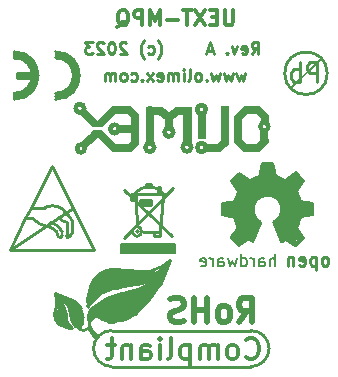
<source format=gbr>
G04 #@! TF.GenerationSoftware,KiCad,Pcbnew,5.1.0-rc2-unknown-036be7d~80~ubuntu16.04.1*
G04 #@! TF.CreationDate,2023-05-22T11:16:55+03:00*
G04 #@! TF.ProjectId,UEXT-MPQ_Rev_A,55455854-2d4d-4505-915f-5265765f412e,A*
G04 #@! TF.SameCoordinates,Original*
G04 #@! TF.FileFunction,Legend,Bot*
G04 #@! TF.FilePolarity,Positive*
%FSLAX46Y46*%
G04 Gerber Fmt 4.6, Leading zero omitted, Abs format (unit mm)*
G04 Created by KiCad (PCBNEW 5.1.0-rc2-unknown-036be7d~80~ubuntu16.04.1) date 2023-05-22 11:16:55*
%MOMM*%
%LPD*%
G04 APERTURE LIST*
%ADD10C,0.317500*%
%ADD11C,0.254000*%
%ADD12C,0.508000*%
%ADD13C,0.300000*%
%ADD14C,1.000000*%
%ADD15C,0.150000*%
%ADD16C,0.370000*%
%ADD17C,0.380000*%
%ADD18C,0.400000*%
%ADD19C,0.420000*%
%ADD20C,0.100000*%
%ADD21C,0.700000*%
%ADD22C,0.500000*%
%ADD23C,0.127000*%
%ADD24C,0.200000*%
%ADD25C,0.350000*%
%ADD26C,0.180000*%
G04 APERTURE END LIST*
D10*
X92468095Y-129733523D02*
X92468095Y-130761619D01*
X92407619Y-130882571D01*
X92347142Y-130943047D01*
X92226190Y-131003523D01*
X91984285Y-131003523D01*
X91863333Y-130943047D01*
X91802857Y-130882571D01*
X91742380Y-130761619D01*
X91742380Y-129733523D01*
X91137619Y-130338285D02*
X90714285Y-130338285D01*
X90532857Y-131003523D02*
X91137619Y-131003523D01*
X91137619Y-129733523D01*
X90532857Y-129733523D01*
X90109523Y-129733523D02*
X89262857Y-131003523D01*
X89262857Y-129733523D02*
X90109523Y-131003523D01*
X88960476Y-129733523D02*
X88234761Y-129733523D01*
X88597619Y-131003523D02*
X88597619Y-129733523D01*
X87811428Y-130519714D02*
X86843809Y-130519714D01*
X86239047Y-131003523D02*
X86239047Y-129733523D01*
X85815714Y-130640666D01*
X85392380Y-129733523D01*
X85392380Y-131003523D01*
X84787619Y-131003523D02*
X84787619Y-129733523D01*
X84303809Y-129733523D01*
X84182857Y-129794000D01*
X84122380Y-129854476D01*
X84061904Y-129975428D01*
X84061904Y-130156857D01*
X84122380Y-130277809D01*
X84182857Y-130338285D01*
X84303809Y-130398761D01*
X84787619Y-130398761D01*
X82670952Y-131124476D02*
X82791904Y-131064000D01*
X82912857Y-130943047D01*
X83094285Y-130761619D01*
X83215238Y-130701142D01*
X83336190Y-130701142D01*
X83275714Y-131003523D02*
X83396666Y-130943047D01*
X83517619Y-130822095D01*
X83578095Y-130580190D01*
X83578095Y-130156857D01*
X83517619Y-129914952D01*
X83396666Y-129794000D01*
X83275714Y-129733523D01*
X83033809Y-129733523D01*
X82912857Y-129794000D01*
X82791904Y-129914952D01*
X82731428Y-130156857D01*
X82731428Y-130580190D01*
X82791904Y-130822095D01*
X82912857Y-130943047D01*
X83033809Y-131003523D01*
X83275714Y-131003523D01*
D11*
X93502238Y-135037285D02*
X93308714Y-135714619D01*
X93115190Y-135230809D01*
X92921666Y-135714619D01*
X92728142Y-135037285D01*
X92437857Y-135037285D02*
X92244333Y-135714619D01*
X92050809Y-135230809D01*
X91857285Y-135714619D01*
X91663761Y-135037285D01*
X91373476Y-135037285D02*
X91179952Y-135714619D01*
X90986428Y-135230809D01*
X90792904Y-135714619D01*
X90599380Y-135037285D01*
X90212333Y-135617857D02*
X90163952Y-135666238D01*
X90212333Y-135714619D01*
X90260714Y-135666238D01*
X90212333Y-135617857D01*
X90212333Y-135714619D01*
X89583380Y-135714619D02*
X89680142Y-135666238D01*
X89728523Y-135617857D01*
X89776904Y-135521095D01*
X89776904Y-135230809D01*
X89728523Y-135134047D01*
X89680142Y-135085666D01*
X89583380Y-135037285D01*
X89438238Y-135037285D01*
X89341476Y-135085666D01*
X89293095Y-135134047D01*
X89244714Y-135230809D01*
X89244714Y-135521095D01*
X89293095Y-135617857D01*
X89341476Y-135666238D01*
X89438238Y-135714619D01*
X89583380Y-135714619D01*
X88664142Y-135714619D02*
X88760904Y-135666238D01*
X88809285Y-135569476D01*
X88809285Y-134698619D01*
X88277095Y-135714619D02*
X88277095Y-135037285D01*
X88277095Y-134698619D02*
X88325476Y-134747000D01*
X88277095Y-134795380D01*
X88228714Y-134747000D01*
X88277095Y-134698619D01*
X88277095Y-134795380D01*
X87793285Y-135714619D02*
X87793285Y-135037285D01*
X87793285Y-135134047D02*
X87744904Y-135085666D01*
X87648142Y-135037285D01*
X87503000Y-135037285D01*
X87406238Y-135085666D01*
X87357857Y-135182428D01*
X87357857Y-135714619D01*
X87357857Y-135182428D02*
X87309476Y-135085666D01*
X87212714Y-135037285D01*
X87067571Y-135037285D01*
X86970809Y-135085666D01*
X86922428Y-135182428D01*
X86922428Y-135714619D01*
X86051571Y-135666238D02*
X86148333Y-135714619D01*
X86341857Y-135714619D01*
X86438619Y-135666238D01*
X86487000Y-135569476D01*
X86487000Y-135182428D01*
X86438619Y-135085666D01*
X86341857Y-135037285D01*
X86148333Y-135037285D01*
X86051571Y-135085666D01*
X86003190Y-135182428D01*
X86003190Y-135279190D01*
X86487000Y-135375952D01*
X85664523Y-135714619D02*
X85132333Y-135037285D01*
X85664523Y-135037285D02*
X85132333Y-135714619D01*
X84745285Y-135617857D02*
X84696904Y-135666238D01*
X84745285Y-135714619D01*
X84793666Y-135666238D01*
X84745285Y-135617857D01*
X84745285Y-135714619D01*
X83826047Y-135666238D02*
X83922809Y-135714619D01*
X84116333Y-135714619D01*
X84213095Y-135666238D01*
X84261476Y-135617857D01*
X84309857Y-135521095D01*
X84309857Y-135230809D01*
X84261476Y-135134047D01*
X84213095Y-135085666D01*
X84116333Y-135037285D01*
X83922809Y-135037285D01*
X83826047Y-135085666D01*
X83245476Y-135714619D02*
X83342238Y-135666238D01*
X83390619Y-135617857D01*
X83439000Y-135521095D01*
X83439000Y-135230809D01*
X83390619Y-135134047D01*
X83342238Y-135085666D01*
X83245476Y-135037285D01*
X83100333Y-135037285D01*
X83003571Y-135085666D01*
X82955190Y-135134047D01*
X82906809Y-135230809D01*
X82906809Y-135521095D01*
X82955190Y-135617857D01*
X83003571Y-135666238D01*
X83100333Y-135714619D01*
X83245476Y-135714619D01*
X82471380Y-135714619D02*
X82471380Y-135037285D01*
X82471380Y-135134047D02*
X82423000Y-135085666D01*
X82326238Y-135037285D01*
X82181095Y-135037285D01*
X82084333Y-135085666D01*
X82035952Y-135182428D01*
X82035952Y-135714619D01*
X82035952Y-135182428D02*
X81987571Y-135085666D01*
X81890809Y-135037285D01*
X81745666Y-135037285D01*
X81648904Y-135085666D01*
X81600523Y-135182428D01*
X81600523Y-135714619D01*
X86087857Y-133815666D02*
X86136238Y-133767285D01*
X86233000Y-133622142D01*
X86281380Y-133525380D01*
X86329761Y-133380238D01*
X86378142Y-133138333D01*
X86378142Y-132944809D01*
X86329761Y-132702904D01*
X86281380Y-132557761D01*
X86233000Y-132461000D01*
X86136238Y-132315857D01*
X86087857Y-132267476D01*
X85265380Y-133380238D02*
X85362142Y-133428619D01*
X85555666Y-133428619D01*
X85652428Y-133380238D01*
X85700809Y-133331857D01*
X85749190Y-133235095D01*
X85749190Y-132944809D01*
X85700809Y-132848047D01*
X85652428Y-132799666D01*
X85555666Y-132751285D01*
X85362142Y-132751285D01*
X85265380Y-132799666D01*
X84926714Y-133815666D02*
X84878333Y-133767285D01*
X84781571Y-133622142D01*
X84733190Y-133525380D01*
X84684809Y-133380238D01*
X84636428Y-133138333D01*
X84636428Y-132944809D01*
X84684809Y-132702904D01*
X84733190Y-132557761D01*
X84781571Y-132461000D01*
X84878333Y-132315857D01*
X84926714Y-132267476D01*
X83426904Y-132509380D02*
X83378523Y-132461000D01*
X83281761Y-132412619D01*
X83039857Y-132412619D01*
X82943095Y-132461000D01*
X82894714Y-132509380D01*
X82846333Y-132606142D01*
X82846333Y-132702904D01*
X82894714Y-132848047D01*
X83475285Y-133428619D01*
X82846333Y-133428619D01*
X82217380Y-132412619D02*
X82120619Y-132412619D01*
X82023857Y-132461000D01*
X81975476Y-132509380D01*
X81927095Y-132606142D01*
X81878714Y-132799666D01*
X81878714Y-133041571D01*
X81927095Y-133235095D01*
X81975476Y-133331857D01*
X82023857Y-133380238D01*
X82120619Y-133428619D01*
X82217380Y-133428619D01*
X82314142Y-133380238D01*
X82362523Y-133331857D01*
X82410904Y-133235095D01*
X82459285Y-133041571D01*
X82459285Y-132799666D01*
X82410904Y-132606142D01*
X82362523Y-132509380D01*
X82314142Y-132461000D01*
X82217380Y-132412619D01*
X81491666Y-132509380D02*
X81443285Y-132461000D01*
X81346523Y-132412619D01*
X81104619Y-132412619D01*
X81007857Y-132461000D01*
X80959476Y-132509380D01*
X80911095Y-132606142D01*
X80911095Y-132702904D01*
X80959476Y-132848047D01*
X81540047Y-133428619D01*
X80911095Y-133428619D01*
X80572428Y-132412619D02*
X79943476Y-132412619D01*
X80282142Y-132799666D01*
X80137000Y-132799666D01*
X80040238Y-132848047D01*
X79991857Y-132896428D01*
X79943476Y-132993190D01*
X79943476Y-133235095D01*
X79991857Y-133331857D01*
X80040238Y-133380238D01*
X80137000Y-133428619D01*
X80427285Y-133428619D01*
X80524047Y-133380238D01*
X80572428Y-133331857D01*
X94028380Y-133428619D02*
X94367047Y-132944809D01*
X94608952Y-133428619D02*
X94608952Y-132412619D01*
X94221904Y-132412619D01*
X94125142Y-132461000D01*
X94076761Y-132509380D01*
X94028380Y-132606142D01*
X94028380Y-132751285D01*
X94076761Y-132848047D01*
X94125142Y-132896428D01*
X94221904Y-132944809D01*
X94608952Y-132944809D01*
X93205904Y-133380238D02*
X93302666Y-133428619D01*
X93496190Y-133428619D01*
X93592952Y-133380238D01*
X93641333Y-133283476D01*
X93641333Y-132896428D01*
X93592952Y-132799666D01*
X93496190Y-132751285D01*
X93302666Y-132751285D01*
X93205904Y-132799666D01*
X93157523Y-132896428D01*
X93157523Y-132993190D01*
X93641333Y-133089952D01*
X92818857Y-132751285D02*
X92576952Y-133428619D01*
X92335047Y-132751285D01*
X91948000Y-133331857D02*
X91899619Y-133380238D01*
X91948000Y-133428619D01*
X91996380Y-133380238D01*
X91948000Y-133331857D01*
X91948000Y-133428619D01*
X90738476Y-133138333D02*
X90254666Y-133138333D01*
X90835238Y-133428619D02*
X90496571Y-132412619D01*
X90157904Y-133428619D01*
X79628556Y-155853371D02*
G75*
G02X79375000Y-156464000I-865696J1511D01*
G01*
X78182020Y-154358180D02*
G75*
G02X78689200Y-155389580I-991420J-1127920D01*
G01*
X79099340Y-156494046D02*
G75*
G02X78689200Y-155397200I1118940J1043506D01*
G01*
X79376788Y-156592791D02*
G75*
G02X79072740Y-156466540I752J431051D01*
G01*
X78810340Y-156586613D02*
G75*
G02X78308200Y-155790900I709440J1003993D01*
G01*
X77928795Y-154452066D02*
G75*
G02X78282800Y-155442920I-1408755J-1061974D01*
G01*
X78461927Y-156592303D02*
G75*
G02X78262480Y-156568140I-1327J824263D01*
G01*
X78260497Y-156567453D02*
G75*
G02X77680820Y-156293820I205183J1185493D01*
G01*
X77656946Y-156271974D02*
G75*
G02X77343000Y-155514040I757934J757934D01*
G01*
X77343283Y-155514487D02*
G75*
G02X77414120Y-155145740I992857J447D01*
G01*
X77478148Y-154211136D02*
G75*
G02X77414120Y-155145740I-1478808J-368184D01*
G01*
X78780000Y-154232511D02*
G75*
G02X79502000Y-154876500I-601340J-1400909D01*
G01*
X79555794Y-154972321D02*
G75*
G02X79756000Y-155727400I-1323794J-755079D01*
G01*
X79757874Y-155727901D02*
G75*
G02X79672180Y-156171900I-1195674J501D01*
G01*
X79801720Y-156846612D02*
G75*
G02X79509620Y-156725620I0J413092D01*
G01*
X80159134Y-156696954D02*
G75*
G02X79801720Y-156845000I-357414J357414D01*
G01*
X80532258Y-156862710D02*
G75*
G02X80264000Y-156210000I653762J650170D01*
G01*
X80769978Y-157480280D02*
G75*
G02X80264000Y-156255720I1228842J1224560D01*
G01*
X84334379Y-152941186D02*
G75*
G02X82991960Y-153156920I-1812319J6992786D01*
G01*
X81210130Y-153730934D02*
G75*
G02X82473800Y-153230580I2134890J-3545866D01*
G01*
X80143641Y-154808765D02*
G75*
G02X81198720Y-153738580I3831299J-2722035D01*
G01*
X80263155Y-156083069D02*
G75*
G02X80383380Y-155145740I762845J378529D01*
G01*
X80554473Y-154957156D02*
G75*
G02X83108800Y-153687780I3654147J-4148444D01*
G01*
X85445541Y-152876778D02*
G75*
G02X83418680Y-153626820I-2631381J3997218D01*
G01*
X80711549Y-157168559D02*
G75*
G02X80264000Y-156083000I1086611J1083019D01*
G01*
X80137760Y-154431243D02*
G75*
G02X80197960Y-153753820I3049780J70363D01*
G01*
X80344736Y-153150585D02*
G75*
G02X82395060Y-151638000I2144304J-760715D01*
G01*
X86258952Y-151493522D02*
G75*
G02X84543900Y-151833580I-1268012J1900222D01*
G01*
X84232933Y-155417013D02*
G75*
G02X82367120Y-156083000I-1738813J1924813D01*
G01*
X86253464Y-152997447D02*
G75*
G02X84272120Y-155379420I-8344044J4925607D01*
G01*
X80540860Y-155806140D02*
G75*
G02X81259680Y-155808680I358140J-360680D01*
G01*
X81851500Y-156085066D02*
G75*
G02X81313020Y-155862020I0J761526D01*
G01*
X82169000Y-159893000D02*
G75*
G02X80645000Y-158369000I0J1524000D01*
G01*
X95504000Y-158369000D02*
G75*
G02X93980000Y-159893000I-1524000J0D01*
G01*
X93980000Y-156845000D02*
G75*
G02X95504000Y-158369000I0J-1524000D01*
G01*
X80645000Y-158369000D02*
G75*
G02X82169000Y-156845000I1524000J0D01*
G01*
X82169000Y-156845000D02*
X93980000Y-156845000D01*
X93980000Y-159893000D02*
X82169000Y-159893000D01*
X81313020Y-155862020D02*
X81259680Y-155808680D01*
X80540860Y-155808680D02*
X80264000Y-156083000D01*
X87122000Y-150876000D02*
X86255860Y-152991820D01*
X84272120Y-155379420D02*
X84236560Y-155414980D01*
X82367120Y-156083000D02*
X81851500Y-156083000D01*
X87122000Y-150876000D02*
X86260940Y-151495760D01*
X84543900Y-151833580D02*
X82395060Y-151638000D01*
X80345280Y-153154380D02*
X80197960Y-153753820D01*
X80139540Y-154432000D02*
X80139540Y-154813000D01*
X80241140Y-156037280D02*
X80264000Y-156083000D01*
X80899000Y-157353000D02*
X80713580Y-157167580D01*
X85727540Y-152527000D02*
X85445600Y-152874980D01*
X83418680Y-153626820D02*
X83108800Y-153687780D01*
X80553560Y-154957780D02*
X80383380Y-155145740D01*
X80139540Y-154813000D02*
X80142080Y-154810460D01*
X81198720Y-153738580D02*
X81206340Y-153733500D01*
X82473800Y-153230580D02*
X82991960Y-153156920D01*
X84340700Y-152941020D02*
X85727540Y-152527000D01*
X80899000Y-157480000D02*
X80391000Y-156718000D01*
X80264000Y-156255720D02*
X80264000Y-156210000D01*
X81026000Y-157353000D02*
X80535780Y-156862780D01*
X80264000Y-156591000D02*
X80159860Y-156697680D01*
X79509620Y-156725620D02*
X79375000Y-156591000D01*
X79375000Y-156591000D02*
X79672180Y-156171900D01*
X79555340Y-154970480D02*
X79502000Y-154876500D01*
X78780640Y-154231340D02*
X78359000Y-154051000D01*
X78359000Y-154051000D02*
X77343000Y-153670000D01*
X77343000Y-153670000D02*
X77477620Y-154208480D01*
X77657960Y-156270960D02*
X77680820Y-156293820D01*
X78460600Y-156591000D02*
X78816200Y-156591000D01*
X79362300Y-156591000D02*
X79375000Y-156591000D01*
X78282800Y-155399740D02*
X78308200Y-155790900D01*
X86741000Y-151384000D02*
X85727540Y-152021540D01*
D12*
X85727540Y-152021540D02*
X84582000Y-152021540D01*
X84582000Y-152021540D02*
X83566000Y-151892000D01*
X83566000Y-151892000D02*
X81915000Y-151892000D01*
X81915000Y-151892000D02*
X81280000Y-152273000D01*
X81280000Y-152273000D02*
X80772000Y-152781000D01*
X80772000Y-152781000D02*
X80518000Y-153289000D01*
X80518000Y-153289000D02*
X80391000Y-154305000D01*
X80391000Y-154305000D02*
X80899000Y-153670000D01*
X80899000Y-153670000D02*
X81534000Y-153289000D01*
X81534000Y-153289000D02*
X81280000Y-152781000D01*
X81280000Y-152781000D02*
X80899000Y-153289000D01*
X81661000Y-153289000D02*
X82296000Y-152908000D01*
X82296000Y-152908000D02*
X82804000Y-152908000D01*
X82804000Y-152908000D02*
X82931000Y-152908000D01*
X82931000Y-152908000D02*
X84074000Y-152781000D01*
X84074000Y-152781000D02*
X85344000Y-152400000D01*
X85344000Y-152400000D02*
X85852000Y-152273000D01*
X85852000Y-152273000D02*
X81280000Y-152273000D01*
X81280000Y-152273000D02*
X81280000Y-152527000D01*
X81280000Y-152781000D02*
X81280000Y-152527000D01*
X81280000Y-152527000D02*
X86233000Y-152450800D01*
X81153000Y-152908000D02*
X82804000Y-152908000D01*
X86741000Y-151384000D02*
X86233000Y-152273000D01*
X86233000Y-152273000D02*
X86106000Y-152781000D01*
X86106000Y-152781000D02*
X85727540Y-153289000D01*
X85727540Y-153289000D02*
X85727540Y-152908000D01*
X85727540Y-152908000D02*
X86106000Y-152021540D01*
X85598000Y-153416000D02*
X85217000Y-153924000D01*
X85217000Y-153924000D02*
X84963000Y-154305000D01*
X84963000Y-154305000D02*
X84074000Y-155194000D01*
X84074000Y-155194000D02*
X83566000Y-155575000D01*
X83566000Y-155575000D02*
X82677000Y-155829000D01*
X82677000Y-155829000D02*
X81788000Y-155829000D01*
X81788000Y-155829000D02*
X81026000Y-155321000D01*
X81026000Y-155321000D02*
X80645000Y-155448000D01*
X80645000Y-155448000D02*
X80391000Y-155702000D01*
X80391000Y-155702000D02*
X80645000Y-155194000D01*
X80645000Y-155194000D02*
X81153000Y-154686000D01*
X81153000Y-154686000D02*
X81838800Y-154279600D01*
X81838800Y-154279600D02*
X83235800Y-153797000D01*
X83235800Y-153797000D02*
X83845400Y-153797000D01*
X83845400Y-153797000D02*
X84582000Y-153543000D01*
X84582000Y-153543000D02*
X85344000Y-153162000D01*
X85217000Y-153543000D02*
X84455000Y-154178000D01*
X84455000Y-154178000D02*
X84328000Y-154051000D01*
X84328000Y-154051000D02*
X84201000Y-154051000D01*
X84201000Y-154051000D02*
X83058000Y-154178000D01*
X83058000Y-154178000D02*
X82042000Y-154432000D01*
X82042000Y-154432000D02*
X81407000Y-154940000D01*
X81407000Y-154940000D02*
X81280000Y-155067000D01*
X81280000Y-155067000D02*
X81407000Y-155321000D01*
X81407000Y-155321000D02*
X81661000Y-155321000D01*
X81661000Y-155321000D02*
X82042000Y-155448000D01*
X82042000Y-155448000D02*
X82677000Y-155448000D01*
X82677000Y-155448000D02*
X83058000Y-155321000D01*
X83058000Y-155321000D02*
X83566000Y-155194000D01*
X83566000Y-155194000D02*
X84201000Y-154686000D01*
X84201000Y-154686000D02*
X84328000Y-154559000D01*
X84328000Y-154559000D02*
X84201000Y-154432000D01*
X84201000Y-154432000D02*
X83693000Y-154432000D01*
X83693000Y-154432000D02*
X82677000Y-154686000D01*
X82677000Y-154686000D02*
X82423000Y-154686000D01*
X82423000Y-154686000D02*
X81915000Y-154940000D01*
X81915000Y-154940000D02*
X81915000Y-155067000D01*
X81915000Y-155067000D02*
X82042000Y-155194000D01*
X82042000Y-155194000D02*
X82423000Y-155067000D01*
X82423000Y-155067000D02*
X83693000Y-154813000D01*
D11*
X79072740Y-156466540D02*
X79100680Y-156494480D01*
X78689200Y-155397200D02*
X78689200Y-155389580D01*
X79629000Y-155851860D02*
X79629000Y-155829000D01*
X79629000Y-155829000D02*
X79629000Y-155575000D01*
X79629000Y-155575000D02*
X79502000Y-155575000D01*
X79502000Y-155575000D02*
X79375000Y-155575000D01*
X79375000Y-155575000D02*
X79375000Y-156210000D01*
X79502000Y-155575000D02*
X79502000Y-155702000D01*
X79502000Y-155702000D02*
X79502000Y-156083000D01*
X79502000Y-156083000D02*
X79502000Y-156210000D01*
X79502000Y-156210000D02*
X79502000Y-156337000D01*
X79375000Y-155575000D02*
X78994000Y-155575000D01*
X78994000Y-155575000D02*
X78740000Y-155575000D01*
X78740000Y-155575000D02*
X79248000Y-156464000D01*
X78994000Y-155575000D02*
X78994000Y-156083000D01*
X79502000Y-155702000D02*
X78867000Y-155702000D01*
X79629000Y-155829000D02*
X78867000Y-155829000D01*
X79629000Y-155956000D02*
X78867000Y-155956000D01*
X79502000Y-156083000D02*
X78867000Y-156083000D01*
X79502000Y-156210000D02*
X78994000Y-156210000D01*
X78740000Y-155448000D02*
X79629000Y-155448000D01*
X78740000Y-155321000D02*
X79629000Y-155321000D01*
X78740000Y-155194000D02*
X79502000Y-155194000D01*
X78740000Y-155067000D02*
X79502000Y-155067000D01*
X78613000Y-154940000D02*
X79502000Y-154940000D01*
X78613000Y-154813000D02*
X79375000Y-154813000D01*
X78486000Y-154686000D02*
X79248000Y-154686000D01*
X78486000Y-154559000D02*
X79121000Y-154559000D01*
X78359000Y-154432000D02*
X78867000Y-154432000D01*
X77597000Y-154305000D02*
X77724000Y-154305000D01*
X77724000Y-154305000D02*
X77851000Y-154305000D01*
X77851000Y-154305000D02*
X78740000Y-154305000D01*
X78359000Y-154178000D02*
X77597000Y-154178000D01*
X78105000Y-154051000D02*
X77470000Y-154051000D01*
X77978000Y-153924000D02*
X77470000Y-153924000D01*
X77851000Y-154305000D02*
X77851000Y-154813000D01*
X77724000Y-154305000D02*
X77724000Y-154813000D01*
X78105000Y-154813000D02*
X77597000Y-154813000D01*
X78105000Y-154940000D02*
X77597000Y-154940000D01*
X78232000Y-155067000D02*
X77597000Y-155067000D01*
X78232000Y-155194000D02*
X77470000Y-155194000D01*
X78232000Y-155321000D02*
X77470000Y-155321000D01*
X78232000Y-155448000D02*
X77470000Y-155448000D01*
X78232000Y-155575000D02*
X77470000Y-155575000D01*
X78232000Y-155702000D02*
X77470000Y-155702000D01*
X78232000Y-155829000D02*
X77470000Y-155829000D01*
X78308200Y-155956000D02*
X77470000Y-155956000D01*
X78359000Y-156083000D02*
X77597000Y-156083000D01*
X78359000Y-156210000D02*
X77724000Y-156210000D01*
X78486000Y-156337000D02*
X77851000Y-156337000D01*
X78613000Y-156464000D02*
X78105000Y-156464000D01*
X73942000Y-137255000D02*
G75*
G03X73942000Y-133255000I0J2000000D01*
G01*
D13*
X73991980Y-137005000D02*
G75*
G03X73992000Y-133505000I-49980J1750000D01*
G01*
D11*
X73942000Y-136755000D02*
G75*
G03X73942000Y-133755000I0J1500000D01*
G01*
D13*
X77491980Y-137005000D02*
G75*
G03X77492000Y-133505000I-49980J1750000D01*
G01*
D11*
X77442000Y-137255000D02*
G75*
G03X77442000Y-133255000I0J2000000D01*
G01*
X77442000Y-136755000D02*
G75*
G03X77442000Y-133755000I0J1500000D01*
G01*
X77442000Y-133255000D02*
X77442000Y-133755000D01*
X77442000Y-136755000D02*
X77442000Y-137255000D01*
X73942000Y-136755000D02*
X73942000Y-137255000D01*
X73942000Y-133255000D02*
X73942000Y-133755000D01*
X75442000Y-135005000D02*
X74192000Y-135005000D01*
X74192000Y-135005000D02*
X74192000Y-135505000D01*
X74192000Y-135505000D02*
X75442000Y-135505000D01*
X74192000Y-135255000D02*
X75442000Y-135255000D01*
D14*
X94213680Y-147751800D02*
X93880940Y-148483320D01*
X94213680Y-147843240D02*
X93032580Y-148856700D01*
X94099380Y-147706080D02*
X93482160Y-148033740D01*
X93779340Y-147286980D02*
X93169740Y-147393660D01*
X92943680Y-146128740D02*
X93665040Y-146276060D01*
X93184980Y-145435320D02*
X93840300Y-145801080D01*
X94053660Y-144566640D02*
X94472760Y-145153380D01*
X94640400Y-144315180D02*
X94861380Y-145000980D01*
X95905320Y-144299940D02*
X95737680Y-144909540D01*
X96339660Y-144559020D02*
X96164400Y-144917160D01*
X97337880Y-145336260D02*
X96880680Y-145625820D01*
X97513140Y-145816320D02*
X97071180Y-145976340D01*
X97838260Y-147060920D02*
X97132140Y-146933920D01*
X97589340Y-147706080D02*
X97025460Y-147226020D01*
X96923860Y-148605240D02*
X96558100Y-147843240D01*
X92133420Y-146552920D02*
X93601540Y-146639280D01*
X93124020Y-144368520D02*
X94236540Y-145435320D01*
X95389700Y-143311880D02*
X95384620Y-144825720D01*
X97650300Y-144287240D02*
X96588580Y-145394680D01*
X98635820Y-146573240D02*
X97218500Y-146512280D01*
X97599500Y-148777960D02*
X96746060Y-147756880D01*
D15*
X96583500Y-147347940D02*
X96276160Y-147614640D01*
X96913700Y-144434560D02*
X95930720Y-143941800D01*
X94734380Y-147939760D02*
X94856300Y-147655280D01*
X94597220Y-147485100D02*
X94851220Y-147650200D01*
X96098360Y-147482560D02*
X95872300Y-147657820D01*
X96466660Y-147368260D02*
X96207580Y-147706080D01*
X96690180Y-147147280D02*
X96596200Y-147317460D01*
X96690180Y-147147280D02*
X96596200Y-147317460D01*
X96827340Y-146293840D02*
X96695260Y-147116800D01*
X96403160Y-145557240D02*
X96822260Y-146288760D01*
X95531940Y-145127980D02*
X96403160Y-145557240D01*
X94716600Y-145295620D02*
X95531940Y-145135600D01*
X94206060Y-145724880D02*
X94716600Y-145295620D01*
X93972380Y-146397980D02*
X94206060Y-145724880D01*
X93977460Y-146903440D02*
X93977460Y-146385280D01*
X94353380Y-147614640D02*
X93977460Y-146903440D01*
X94531180Y-147736560D02*
X94353380Y-147614640D01*
X97802700Y-143715740D02*
X96918780Y-144437100D01*
X97558860Y-145069560D02*
X98160840Y-144160240D01*
X97563940Y-145064480D02*
X97950020Y-146062700D01*
X99093020Y-146331940D02*
X97977960Y-146085560D01*
X98950780Y-146276060D02*
X98950780Y-146926300D01*
X94574360Y-147678140D02*
X94046040Y-149059900D01*
X94183200Y-149357080D02*
X94569280Y-148376640D01*
X93654880Y-149029420D02*
X94183200Y-149357080D01*
X92971620Y-149362160D02*
X93792040Y-148833840D01*
X93835220Y-149057360D02*
X92958920Y-149677120D01*
X92948760Y-149672040D02*
X92265500Y-148981160D01*
X92552520Y-148897340D02*
X93037660Y-149428200D01*
X92519500Y-147261580D02*
X92900500Y-148242020D01*
X92623640Y-147294600D02*
X91500960Y-147083780D01*
X91485720Y-146105880D02*
X91488260Y-147063460D01*
X91569540Y-146847560D02*
X92676980Y-147071080D01*
X92872560Y-145077180D02*
X92506800Y-145945860D01*
X92257880Y-144195800D02*
X92961460Y-145186400D01*
X92956380Y-143497300D02*
X92262960Y-144188180D01*
X93972380Y-144172940D02*
X92961460Y-143499840D01*
X94658180Y-143786860D02*
X93853000Y-144124680D01*
X94874080Y-142697200D02*
X94648020Y-143868140D01*
X95839280Y-142697200D02*
X94874080Y-142697200D01*
X95849440Y-142704820D02*
X96050100Y-143730980D01*
X96837500Y-144099280D02*
X95933260Y-143720820D01*
X97772220Y-143451580D02*
X96801940Y-144167860D01*
X98458020Y-144167860D02*
X97784920Y-143454120D01*
X98437700Y-144203420D02*
X97843340Y-145056860D01*
X98176080Y-145887440D02*
X97840800Y-145054320D01*
X99245420Y-146085560D02*
X98074480Y-145882360D01*
X99242880Y-146088100D02*
X99242880Y-147073620D01*
X99242880Y-147081240D02*
X98171000Y-147276820D01*
X98480880Y-148988780D02*
X97883980Y-148125180D01*
X97751900Y-149684740D02*
X98473260Y-148991320D01*
X96918780Y-149113240D02*
X97744280Y-149677120D01*
X96906080Y-149123400D02*
X96560640Y-149344380D01*
X96522540Y-149326600D02*
X95872300Y-147657820D01*
D16*
X92956380Y-149517100D02*
X92402660Y-148971000D01*
X93022420Y-148076920D02*
X92402660Y-148963380D01*
X94145100Y-149143720D02*
X94719140Y-147703540D01*
X93807280Y-148958300D02*
X94145100Y-149143720D01*
X92971620Y-149524720D02*
X93807280Y-148958300D01*
X92616020Y-147165060D02*
X93022420Y-148076920D01*
X91602560Y-146994880D02*
X92616020Y-147165060D01*
X91602560Y-146159220D02*
X91602560Y-146994880D01*
X92684600Y-145930620D02*
X91602560Y-146159220D01*
X93024960Y-144993360D02*
X92684600Y-145930620D01*
X92407740Y-144203420D02*
X93024960Y-144993360D01*
X92961460Y-143654780D02*
X92407740Y-144200880D01*
X93865700Y-144287240D02*
X92961460Y-143652800D01*
X94780100Y-143842740D02*
X93878400Y-144292320D01*
X94993460Y-142824200D02*
X94780100Y-143842740D01*
X95760540Y-142803880D02*
X94975680Y-142803880D01*
X95752920Y-142816580D02*
X95958660Y-143830040D01*
X96857820Y-144256760D02*
X96012000Y-143850360D01*
X97746820Y-143614140D02*
X96918780Y-144266920D01*
D17*
X98295460Y-144172940D02*
X97795080Y-143639540D01*
D16*
X98285300Y-144195800D02*
X97729040Y-145046700D01*
X98056700Y-145963640D02*
X97708720Y-145097500D01*
X99105720Y-146179540D02*
X98087180Y-145999200D01*
D17*
X99093020Y-146192240D02*
X99098100Y-146979640D01*
D16*
X99103180Y-146969480D02*
X98153220Y-147187920D01*
X98125280Y-147210780D02*
X97767140Y-148094700D01*
X98300540Y-148971000D02*
X97767140Y-148137880D01*
D17*
X98315780Y-148971000D02*
X97751900Y-149509480D01*
D18*
X97739200Y-149509480D02*
X96959420Y-148978620D01*
D16*
X96949260Y-148960840D02*
X96631760Y-149166580D01*
D19*
X96603820Y-149146260D02*
X96052640Y-147723860D01*
D16*
X96278700Y-145679160D02*
G75*
G02X96202500Y-147533360I-965200J-889000D01*
G01*
X94327980Y-145851880D02*
G75*
G02X96253300Y-145653760I1061720J-863600D01*
G01*
X94708980Y-147701000D02*
G75*
G02X94338140Y-145836640I746760J1117600D01*
G01*
D20*
X83705700Y-137871200D02*
X82334100Y-137871200D01*
X82334100Y-137871200D02*
X82283300Y-137871200D01*
X82283300Y-137871200D02*
X81026000Y-139115800D01*
X85229700Y-137985500D02*
X85128100Y-137985500D01*
X85077300Y-137922000D02*
X85077300Y-137909300D01*
X85077300Y-137909300D02*
X86372700Y-137909300D01*
X86372700Y-137909300D02*
X86398100Y-137909300D01*
X86398100Y-137909300D02*
X87020400Y-138404600D01*
X85077300Y-140931900D02*
X85077300Y-137922000D01*
X88734900Y-137972800D02*
X88811100Y-137972800D01*
X88887300Y-137909300D02*
X87642700Y-137909300D01*
X87642700Y-137909300D02*
X87058500Y-138391900D01*
X88887300Y-140906500D02*
X88887300Y-137922000D01*
X89623900Y-140500100D02*
X89535000Y-140500100D01*
X89966800Y-140500100D02*
X90030300Y-140500100D01*
X90106500Y-140563600D02*
X89496900Y-140563600D01*
X89496900Y-140563600D02*
X89471500Y-140563600D01*
X89471500Y-140563600D02*
X89471500Y-138544300D01*
X90106500Y-138544300D02*
X90106500Y-140563600D01*
X91605100Y-137934700D02*
X91490800Y-137934700D01*
X91732100Y-137858500D02*
X91427300Y-137858500D01*
X91427300Y-137858500D02*
X91427300Y-140893800D01*
X91909900Y-137947400D02*
X91973400Y-137934700D01*
X92024200Y-137858500D02*
X92036900Y-137858500D01*
X92036900Y-137858500D02*
X92049600Y-137858500D01*
X92049600Y-137858500D02*
X92049600Y-141008100D01*
X91744800Y-137858500D02*
X92024200Y-137858500D01*
D21*
X91744800Y-140931900D02*
X91744800Y-138201400D01*
X85407500Y-138214100D02*
X85407500Y-140817600D01*
X93522800Y-138201400D02*
X94526100Y-138201400D01*
X92900500Y-138811000D02*
X92900500Y-140741400D01*
X95123000Y-138849100D02*
X95123000Y-139090400D01*
X95123000Y-140817600D02*
X94538800Y-141389100D01*
X95110300Y-140830300D02*
X95110300Y-140068300D01*
X94551500Y-141389100D02*
X93510100Y-141389100D01*
D18*
X82782659Y-139776200D02*
G75*
G03X82782659Y-139776200I-359659J0D01*
G01*
D21*
X82931000Y-139776200D02*
X84150200Y-139776200D01*
D18*
X79848735Y-138036300D02*
G75*
G03X79848735Y-138036300I-359435J0D01*
G01*
D21*
X79857600Y-138391900D02*
X80721200Y-139285600D01*
D22*
X81280000Y-139382500D02*
X80721200Y-139382500D01*
D21*
X82397600Y-138201400D02*
X81305400Y-139268200D01*
X83619500Y-138201400D02*
X82397600Y-138201400D01*
X84150200Y-138684000D02*
X83667600Y-138176000D01*
X84150200Y-138709400D02*
X84150200Y-140944600D01*
X84150200Y-140944600D02*
X83718400Y-141376400D01*
X83718400Y-141376400D02*
X82397600Y-141376400D01*
X82397600Y-141376400D02*
X81254600Y-140258800D01*
D22*
X81254600Y-140157200D02*
X80721200Y-140157200D01*
D21*
X79908400Y-141071600D02*
X80746600Y-140258800D01*
D18*
X79907666Y-141427200D02*
G75*
G03X79907666Y-141427200I-329466J0D01*
G01*
X85770729Y-141338300D02*
G75*
G03X85770729Y-141338300I-363229J0D01*
G01*
D21*
X86309200Y-138226800D02*
X85420200Y-138226800D01*
D18*
X87391318Y-140055600D02*
G75*
G03X87391318Y-140055600I-370918J0D01*
G01*
D21*
X86944200Y-138734800D02*
X86309200Y-138226800D01*
X87020400Y-139522200D02*
X87020400Y-138811000D01*
X87731600Y-138226800D02*
X87122000Y-138734800D01*
X88569800Y-138226800D02*
X87731600Y-138226800D01*
X88569800Y-140817600D02*
X88569800Y-138226800D01*
D18*
X88916759Y-141325600D02*
G75*
G03X88916759Y-141325600I-359659J0D01*
G01*
X90149818Y-138125200D02*
G75*
G03X90149818Y-138125200I-373518J0D01*
G01*
D21*
X89789000Y-138658600D02*
X89789000Y-140258800D01*
D18*
X90155324Y-141351000D02*
G75*
G03X90155324Y-141351000I-366324J0D01*
G01*
D21*
X90301800Y-141376400D02*
X91287600Y-141376400D01*
X91287600Y-141376400D02*
X91744800Y-140919200D01*
X92913200Y-140779500D02*
X93472000Y-141363700D01*
X93522800Y-138214100D02*
X92887800Y-138823700D01*
X95123000Y-138798300D02*
X94615000Y-138290300D01*
D18*
X95447747Y-139573000D02*
G75*
G03X95447747Y-139573000I-337447J0D01*
G01*
D15*
X83010000Y-149556000D02*
X83010000Y-150318000D01*
X87582000Y-149556000D02*
X83010000Y-149556000D01*
X87582000Y-150318000D02*
X87582000Y-149556000D01*
X83010000Y-150318000D02*
X87582000Y-150318000D01*
X83060800Y-149606800D02*
X87480400Y-149606800D01*
X87531200Y-149708400D02*
X83060800Y-149708400D01*
X83060800Y-149860800D02*
X87480400Y-149860800D01*
X83060800Y-150013200D02*
X87480400Y-150013200D01*
X87531200Y-149759200D02*
X83111600Y-149759200D01*
X87531200Y-149911600D02*
X83060800Y-149911600D01*
X83111600Y-150114800D02*
X87480400Y-150114800D01*
X87531200Y-150216400D02*
X83111600Y-150216400D01*
D11*
X87376000Y-144780000D02*
X83185000Y-148971000D01*
X87249000Y-148844000D02*
X83185000Y-144907000D01*
X86233000Y-148463000D02*
X84836000Y-148463000D01*
X86233000Y-148463000D02*
X86487000Y-145415000D01*
X86741000Y-145288000D02*
X83820000Y-145288000D01*
X85725000Y-148844000D02*
X85725000Y-148590000D01*
X86233000Y-148844000D02*
X85725000Y-148844000D01*
X86233000Y-148463000D02*
X86233000Y-148844000D01*
X84328000Y-147955000D02*
X84201000Y-145923000D01*
X84729609Y-148463000D02*
G75*
G03X84729609Y-148463000I-401609J0D01*
G01*
X86106000Y-144653000D02*
X86106000Y-145161000D01*
X86233000Y-144653000D02*
X86106000Y-144653000D01*
X86233000Y-145161000D02*
X86233000Y-144653000D01*
X83820000Y-145796000D02*
X83820000Y-145288000D01*
X84201000Y-145796000D02*
X83820000Y-145796000D01*
X84201000Y-145288000D02*
X84201000Y-145796000D01*
X84074000Y-145415000D02*
X84074000Y-145542000D01*
X84074000Y-145288000D02*
X83947000Y-145669000D01*
X84074000Y-145415000D02*
X84074000Y-145542000D01*
X83947000Y-145415000D02*
X83947000Y-145796000D01*
X84074000Y-145415000D02*
X83947000Y-145415000D01*
X84074000Y-145796000D02*
X84074000Y-145415000D01*
X85471000Y-146177000D02*
X85471000Y-145796000D01*
X84582000Y-146177000D02*
X85471000Y-146177000D01*
X84582000Y-145796000D02*
X84582000Y-146177000D01*
X85471000Y-145796000D02*
X84582000Y-145796000D01*
X85344000Y-145923000D02*
X84709000Y-145923000D01*
X85090000Y-144399000D02*
X85471000Y-144399000D01*
X85090000Y-144526000D02*
X85090000Y-144399000D01*
X85471000Y-144526000D02*
X85090000Y-144526000D01*
X85471000Y-144399000D02*
X85471000Y-144526000D01*
D23*
X84455000Y-148463000D02*
G75*
G03X84455000Y-148463000I-127000J0D01*
G01*
D11*
X84201000Y-145161000D02*
G75*
G02X86487000Y-145161000I1143000J-1143000D01*
G01*
X100430437Y-135067040D02*
G75*
G03X100430437Y-135067040I-1802237J0D01*
G01*
D24*
X99788980Y-133903720D02*
X97355660Y-136324340D01*
D11*
X77089000Y-142875000D02*
X80645000Y-149987000D01*
X80645000Y-149987000D02*
X73533000Y-149987000D01*
X73533000Y-149987000D02*
X74866500Y-147320000D01*
X74866500Y-147320000D02*
X75311000Y-146431000D01*
X75311000Y-146431000D02*
X77089000Y-142875000D01*
X78867000Y-146494500D02*
X73533000Y-149987000D01*
X76492100Y-146431000D02*
X75311000Y-146431000D01*
X74866500Y-147320000D02*
X75184000Y-147320000D01*
X77851000Y-148907500D02*
X77698600Y-148907500D01*
X78803500Y-147510500D02*
X78803500Y-148590000D01*
X78359000Y-148907500D02*
X78359000Y-148780500D01*
X78422500Y-148717000D02*
X78422500Y-147701000D01*
X78422500Y-148717000D02*
X78486000Y-148717000D01*
X78486000Y-148717000D02*
G75*
G02X78613000Y-148844000I0J-127000D01*
G01*
X78359000Y-148780500D02*
G75*
G02X78422500Y-148717000I63500J0D01*
G01*
X78420071Y-148973545D02*
G75*
G02X78359000Y-148907500I2429J63505D01*
G01*
X78803500Y-148590000D02*
G75*
G02X78422500Y-148971000I-381000J0D01*
G01*
X78614048Y-147194575D02*
G75*
G02X78803500Y-147510500I-168688J-315925D01*
G01*
X78611549Y-147193142D02*
G75*
G02X78295500Y-146875500I478971J792622D01*
G01*
X78420935Y-147702845D02*
G75*
G02X77724000Y-147256500I153965J1007685D01*
G01*
X77977068Y-148463674D02*
G75*
G02X77978000Y-148780500I-316568J-159346D01*
G01*
X77977967Y-148780600D02*
G75*
G02X77851000Y-148907500I-190467J63600D01*
G01*
X76649275Y-148019493D02*
G75*
G02X77089000Y-148145500I-825195J-3709947D01*
G01*
X77088915Y-148146965D02*
G75*
G02X77660500Y-148907500I-284395J-808795D01*
G01*
X77026708Y-147702166D02*
G75*
G02X77978000Y-148463000I-285688J-1332334D01*
G01*
X76514461Y-147956576D02*
G75*
G02X75692000Y-147510500I147819J1253796D01*
G01*
X75183301Y-147320474D02*
G75*
G02X75692000Y-147510500I64199J-604046D01*
G01*
X76707915Y-146369114D02*
G75*
G02X76492100Y-146431000I-182795J230214D01*
G01*
X76708721Y-146367678D02*
G75*
G02X78295500Y-146875500I466639J-1274902D01*
G01*
D25*
X93537193Y-159054800D02*
X93621860Y-159139466D01*
X93875860Y-159224133D01*
X94045193Y-159224133D01*
X94299193Y-159139466D01*
X94468526Y-158970133D01*
X94553193Y-158800800D01*
X94637860Y-158462133D01*
X94637860Y-158208133D01*
X94553193Y-157869466D01*
X94468526Y-157700133D01*
X94299193Y-157530800D01*
X94045193Y-157446133D01*
X93875860Y-157446133D01*
X93621860Y-157530800D01*
X93537193Y-157615466D01*
X92521193Y-159224133D02*
X92690526Y-159139466D01*
X92775193Y-159054800D01*
X92859860Y-158885466D01*
X92859860Y-158377466D01*
X92775193Y-158208133D01*
X92690526Y-158123466D01*
X92521193Y-158038800D01*
X92267193Y-158038800D01*
X92097860Y-158123466D01*
X92013193Y-158208133D01*
X91928526Y-158377466D01*
X91928526Y-158885466D01*
X92013193Y-159054800D01*
X92097860Y-159139466D01*
X92267193Y-159224133D01*
X92521193Y-159224133D01*
X91166526Y-159224133D02*
X91166526Y-158038800D01*
X91166526Y-158208133D02*
X91081860Y-158123466D01*
X90912526Y-158038800D01*
X90658526Y-158038800D01*
X90489193Y-158123466D01*
X90404526Y-158292800D01*
X90404526Y-159224133D01*
X90404526Y-158292800D02*
X90319860Y-158123466D01*
X90150526Y-158038800D01*
X89896526Y-158038800D01*
X89727193Y-158123466D01*
X89642526Y-158292800D01*
X89642526Y-159224133D01*
X88795860Y-158038800D02*
X88795860Y-159816800D01*
X88795860Y-158123466D02*
X88626526Y-158038800D01*
X88287860Y-158038800D01*
X88118526Y-158123466D01*
X88033860Y-158208133D01*
X87949193Y-158377466D01*
X87949193Y-158885466D01*
X88033860Y-159054800D01*
X88118526Y-159139466D01*
X88287860Y-159224133D01*
X88626526Y-159224133D01*
X88795860Y-159139466D01*
X86933193Y-159224133D02*
X87102526Y-159139466D01*
X87187193Y-158970133D01*
X87187193Y-157446133D01*
X86255860Y-159224133D02*
X86255860Y-158038800D01*
X86255860Y-157446133D02*
X86340526Y-157530800D01*
X86255860Y-157615466D01*
X86171193Y-157530800D01*
X86255860Y-157446133D01*
X86255860Y-157615466D01*
X84647193Y-159224133D02*
X84647193Y-158292800D01*
X84731860Y-158123466D01*
X84901193Y-158038800D01*
X85239860Y-158038800D01*
X85409193Y-158123466D01*
X84647193Y-159139466D02*
X84816526Y-159224133D01*
X85239860Y-159224133D01*
X85409193Y-159139466D01*
X85493860Y-158970133D01*
X85493860Y-158800800D01*
X85409193Y-158631466D01*
X85239860Y-158546800D01*
X84816526Y-158546800D01*
X84647193Y-158462133D01*
X83800526Y-158038800D02*
X83800526Y-159224133D01*
X83800526Y-158208133D02*
X83715860Y-158123466D01*
X83546526Y-158038800D01*
X83292526Y-158038800D01*
X83123193Y-158123466D01*
X83038526Y-158292800D01*
X83038526Y-159224133D01*
X82445860Y-158038800D02*
X81768526Y-158038800D01*
X82191860Y-157446133D02*
X82191860Y-158970133D01*
X82107193Y-159139466D01*
X81937860Y-159224133D01*
X81768526Y-159224133D01*
D22*
X92958634Y-156119081D02*
X93625300Y-155166700D01*
X94101491Y-156119081D02*
X94101491Y-154119081D01*
X93339586Y-154119081D01*
X93149110Y-154214320D01*
X93053872Y-154309558D01*
X92958634Y-154500034D01*
X92958634Y-154785748D01*
X93053872Y-154976224D01*
X93149110Y-155071462D01*
X93339586Y-155166700D01*
X94101491Y-155166700D01*
X91815777Y-156119081D02*
X92006253Y-156023843D01*
X92101491Y-155928605D01*
X92196729Y-155738129D01*
X92196729Y-155166700D01*
X92101491Y-154976224D01*
X92006253Y-154880986D01*
X91815777Y-154785748D01*
X91530062Y-154785748D01*
X91339586Y-154880986D01*
X91244348Y-154976224D01*
X91149110Y-155166700D01*
X91149110Y-155738129D01*
X91244348Y-155928605D01*
X91339586Y-156023843D01*
X91530062Y-156119081D01*
X91815777Y-156119081D01*
X90291967Y-156119081D02*
X90291967Y-154119081D01*
X90291967Y-155071462D02*
X89149110Y-155071462D01*
X89149110Y-156119081D02*
X89149110Y-154119081D01*
X88291967Y-156023843D02*
X88006253Y-156119081D01*
X87530062Y-156119081D01*
X87339586Y-156023843D01*
X87244348Y-155928605D01*
X87149110Y-155738129D01*
X87149110Y-155547653D01*
X87244348Y-155357177D01*
X87339586Y-155261939D01*
X87530062Y-155166700D01*
X87911015Y-155071462D01*
X88101491Y-154976224D01*
X88196729Y-154880986D01*
X88291967Y-154690510D01*
X88291967Y-154500034D01*
X88196729Y-154309558D01*
X88101491Y-154214320D01*
X87911015Y-154119081D01*
X87434824Y-154119081D01*
X87149110Y-154214320D01*
D26*
X96007797Y-151404580D02*
X96007797Y-150404580D01*
X95579225Y-151404580D02*
X95579225Y-150880771D01*
X95626844Y-150785533D01*
X95722082Y-150737914D01*
X95864940Y-150737914D01*
X95960178Y-150785533D01*
X96007797Y-150833152D01*
X94674463Y-151404580D02*
X94674463Y-150880771D01*
X94722082Y-150785533D01*
X94817320Y-150737914D01*
X95007797Y-150737914D01*
X95103035Y-150785533D01*
X94674463Y-151356961D02*
X94769701Y-151404580D01*
X95007797Y-151404580D01*
X95103035Y-151356961D01*
X95150654Y-151261723D01*
X95150654Y-151166485D01*
X95103035Y-151071247D01*
X95007797Y-151023628D01*
X94769701Y-151023628D01*
X94674463Y-150976009D01*
X94198273Y-151404580D02*
X94198273Y-150737914D01*
X94198273Y-150928390D02*
X94150654Y-150833152D01*
X94103035Y-150785533D01*
X94007797Y-150737914D01*
X93912559Y-150737914D01*
X93150654Y-151404580D02*
X93150654Y-150404580D01*
X93150654Y-151356961D02*
X93245892Y-151404580D01*
X93436368Y-151404580D01*
X93531606Y-151356961D01*
X93579225Y-151309342D01*
X93626844Y-151214104D01*
X93626844Y-150928390D01*
X93579225Y-150833152D01*
X93531606Y-150785533D01*
X93436368Y-150737914D01*
X93245892Y-150737914D01*
X93150654Y-150785533D01*
X92769701Y-150737914D02*
X92579225Y-151404580D01*
X92388749Y-150928390D01*
X92198273Y-151404580D01*
X92007797Y-150737914D01*
X91198273Y-151404580D02*
X91198273Y-150880771D01*
X91245892Y-150785533D01*
X91341130Y-150737914D01*
X91531606Y-150737914D01*
X91626844Y-150785533D01*
X91198273Y-151356961D02*
X91293511Y-151404580D01*
X91531606Y-151404580D01*
X91626844Y-151356961D01*
X91674463Y-151261723D01*
X91674463Y-151166485D01*
X91626844Y-151071247D01*
X91531606Y-151023628D01*
X91293511Y-151023628D01*
X91198273Y-150976009D01*
X90722082Y-151404580D02*
X90722082Y-150737914D01*
X90722082Y-150928390D02*
X90674463Y-150833152D01*
X90626844Y-150785533D01*
X90531606Y-150737914D01*
X90436368Y-150737914D01*
X89722082Y-151356961D02*
X89817320Y-151404580D01*
X90007797Y-151404580D01*
X90103035Y-151356961D01*
X90150654Y-151261723D01*
X90150654Y-150880771D01*
X90103035Y-150785533D01*
X90007797Y-150737914D01*
X89817320Y-150737914D01*
X89722082Y-150785533D01*
X89674463Y-150880771D01*
X89674463Y-150976009D01*
X90150654Y-151071247D01*
D11*
X100323298Y-151358379D02*
X100428060Y-151305998D01*
X100480440Y-151253617D01*
X100532821Y-151148855D01*
X100532821Y-150834569D01*
X100480440Y-150729807D01*
X100428060Y-150677426D01*
X100323298Y-150625045D01*
X100166155Y-150625045D01*
X100061393Y-150677426D01*
X100009012Y-150729807D01*
X99956631Y-150834569D01*
X99956631Y-151148855D01*
X100009012Y-151253617D01*
X100061393Y-151305998D01*
X100166155Y-151358379D01*
X100323298Y-151358379D01*
X99485202Y-150625045D02*
X99485202Y-151725045D01*
X99485202Y-150677426D02*
X99380440Y-150625045D01*
X99170917Y-150625045D01*
X99066155Y-150677426D01*
X99013774Y-150729807D01*
X98961393Y-150834569D01*
X98961393Y-151148855D01*
X99013774Y-151253617D01*
X99066155Y-151305998D01*
X99170917Y-151358379D01*
X99380440Y-151358379D01*
X99485202Y-151305998D01*
X98070917Y-151305998D02*
X98175679Y-151358379D01*
X98385202Y-151358379D01*
X98489964Y-151305998D01*
X98542345Y-151201236D01*
X98542345Y-150782188D01*
X98489964Y-150677426D01*
X98385202Y-150625045D01*
X98175679Y-150625045D01*
X98070917Y-150677426D01*
X98018536Y-150782188D01*
X98018536Y-150886950D01*
X98542345Y-150991712D01*
X97547107Y-150625045D02*
X97547107Y-151358379D01*
X97547107Y-150729807D02*
X97494726Y-150677426D01*
X97389964Y-150625045D01*
X97232821Y-150625045D01*
X97128060Y-150677426D01*
X97075679Y-150782188D01*
X97075679Y-151358379D01*
X99582788Y-135815767D02*
X99582788Y-134115767D01*
X99011360Y-134115767D01*
X98868502Y-134196720D01*
X98797074Y-134277672D01*
X98725645Y-134439577D01*
X98725645Y-134682434D01*
X98797074Y-134844339D01*
X98868502Y-134925291D01*
X99011360Y-135006243D01*
X99582788Y-135006243D01*
X98082788Y-135815767D02*
X98082788Y-134115767D01*
X98082788Y-134763386D02*
X97939931Y-134682434D01*
X97654217Y-134682434D01*
X97511360Y-134763386D01*
X97439931Y-134844339D01*
X97368502Y-135006243D01*
X97368502Y-135491958D01*
X97439931Y-135653862D01*
X97511360Y-135734815D01*
X97654217Y-135815767D01*
X97939931Y-135815767D01*
X98082788Y-135734815D01*
M02*

</source>
